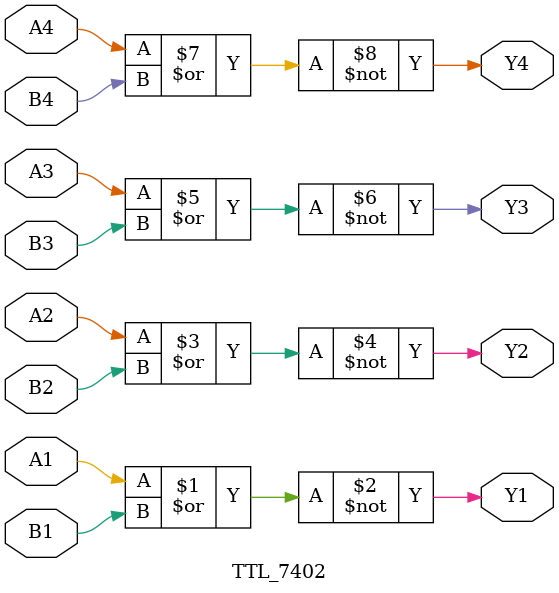
<source format=v>

`timescale 1ns/10ps

module TTL_7402 (
   input  A1, B1,     // Unit A
   output Y1,
   input  A2, B2,     // Unit B
   output Y2,
   input  A3, B3,     // Unit C
   output Y3,
   input  A4, B4,     // Unit D
   output Y4
   );

   not #(0:10:15, 0:10:15) (Y1, A1 | B1);
   not #(0:10:15, 0:10:15) (Y2, A2 | B2);
   not #(0:10:15, 0:10:15) (Y3, A3 | B3);
   not #(0:10:15, 0:10:15) (Y4, A4 | B4);
endmodule


</source>
